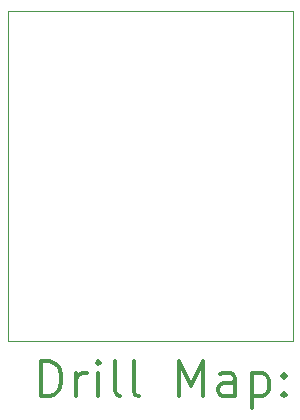
<source format=gbr>
%FSLAX45Y45*%
G04 Gerber Fmt 4.5, Leading zero omitted, Abs format (unit mm)*
G04 Created by KiCad (PCBNEW 5.1.10-1.fc32) date 2021-08-09 17:13:57*
%MOMM*%
%LPD*%
G01*
G04 APERTURE LIST*
%TA.AperFunction,Profile*%
%ADD10C,0.100000*%
%TD*%
%ADD11C,0.200000*%
%ADD12C,0.300000*%
G04 APERTURE END LIST*
D10*
X21209000Y-7366000D02*
X21209000Y-10160000D01*
X18796000Y-7366000D02*
X21209000Y-7366000D01*
X18796000Y-10160000D02*
X18796000Y-7366000D01*
X21209000Y-10160000D02*
X18796000Y-10160000D01*
D11*
D12*
X19077428Y-10630714D02*
X19077428Y-10330714D01*
X19148857Y-10330714D01*
X19191714Y-10345000D01*
X19220286Y-10373572D01*
X19234571Y-10402143D01*
X19248857Y-10459286D01*
X19248857Y-10502143D01*
X19234571Y-10559286D01*
X19220286Y-10587857D01*
X19191714Y-10616429D01*
X19148857Y-10630714D01*
X19077428Y-10630714D01*
X19377428Y-10630714D02*
X19377428Y-10430714D01*
X19377428Y-10487857D02*
X19391714Y-10459286D01*
X19406000Y-10445000D01*
X19434571Y-10430714D01*
X19463143Y-10430714D01*
X19563143Y-10630714D02*
X19563143Y-10430714D01*
X19563143Y-10330714D02*
X19548857Y-10345000D01*
X19563143Y-10359286D01*
X19577428Y-10345000D01*
X19563143Y-10330714D01*
X19563143Y-10359286D01*
X19748857Y-10630714D02*
X19720286Y-10616429D01*
X19706000Y-10587857D01*
X19706000Y-10330714D01*
X19906000Y-10630714D02*
X19877428Y-10616429D01*
X19863143Y-10587857D01*
X19863143Y-10330714D01*
X20248857Y-10630714D02*
X20248857Y-10330714D01*
X20348857Y-10545000D01*
X20448857Y-10330714D01*
X20448857Y-10630714D01*
X20720286Y-10630714D02*
X20720286Y-10473572D01*
X20706000Y-10445000D01*
X20677428Y-10430714D01*
X20620286Y-10430714D01*
X20591714Y-10445000D01*
X20720286Y-10616429D02*
X20691714Y-10630714D01*
X20620286Y-10630714D01*
X20591714Y-10616429D01*
X20577428Y-10587857D01*
X20577428Y-10559286D01*
X20591714Y-10530714D01*
X20620286Y-10516429D01*
X20691714Y-10516429D01*
X20720286Y-10502143D01*
X20863143Y-10430714D02*
X20863143Y-10730714D01*
X20863143Y-10445000D02*
X20891714Y-10430714D01*
X20948857Y-10430714D01*
X20977428Y-10445000D01*
X20991714Y-10459286D01*
X21006000Y-10487857D01*
X21006000Y-10573572D01*
X20991714Y-10602143D01*
X20977428Y-10616429D01*
X20948857Y-10630714D01*
X20891714Y-10630714D01*
X20863143Y-10616429D01*
X21134571Y-10602143D02*
X21148857Y-10616429D01*
X21134571Y-10630714D01*
X21120286Y-10616429D01*
X21134571Y-10602143D01*
X21134571Y-10630714D01*
X21134571Y-10445000D02*
X21148857Y-10459286D01*
X21134571Y-10473572D01*
X21120286Y-10459286D01*
X21134571Y-10445000D01*
X21134571Y-10473572D01*
M02*

</source>
